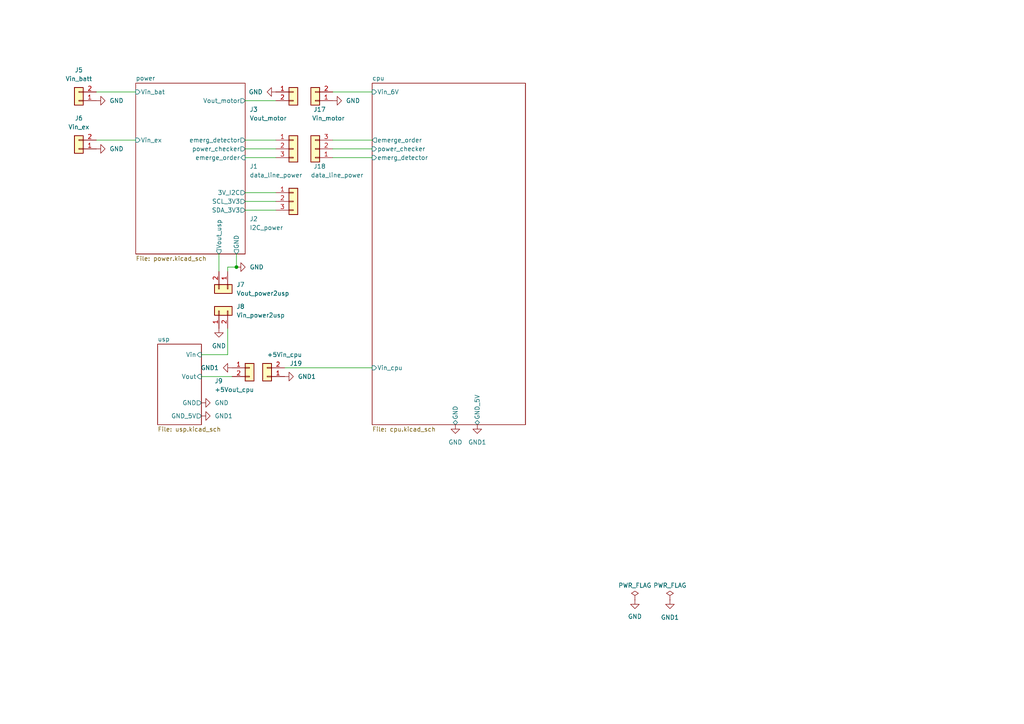
<source format=kicad_sch>
(kicad_sch (version 20230121) (generator eeschema)
  (paper "A4")
  (lib_symbols
    (symbol "Connector_Generic:Conn_01x02" (pin_names (offset 1.016) hide)
      (property "Reference" "J" (at 0 2.54 0))
      (property "Value" "Conn_01x02" (at 0 -5.08 0))
      (symbol "Conn_01x02_1_1"
        (rectangle (start -1.27 -2.413) (end 0 -2.667) (stroke (width 0.1524)))
        (rectangle (start -1.27 0.127) (end 0 -0.127) (stroke (width 0.1524)))
        (rectangle (start -1.27 1.27) (end 1.27 -3.81) (stroke (width 0.254)) (fill (type background)))
        (pin passive line (at -5.08 0 0) (length 3.81) (name "Pin_1") (number "1"))
        (pin passive line (at -5.08 -2.54 0) (length 3.81) (name "Pin_2") (number "2"))
      )
    )
    (symbol "Connector_Generic:Conn_01x03" (pin_names (offset 1.016) hide)
      (property "Reference" "J" (at 0 5.08 0))
      (property "Value" "Conn_01x03" (at 0 -5.08 0))
      (symbol "Conn_01x03_1_1"
        (rectangle (start -1.27 -2.413) (end 0 -2.667) (stroke (width 0.1524)))
        (rectangle (start -1.27 0.127) (end 0 -0.127) (stroke (width 0.1524)))
        (rectangle (start -1.27 2.667) (end 0 2.413) (stroke (width 0.1524)))
        (rectangle (start -1.27 3.81) (end 1.27 -3.81) (stroke (width 0.254)) (fill (type background)))
        (pin passive line (at -5.08 2.54 0) (length 3.81) (name "Pin_1") (number "1"))
        (pin passive line (at -5.08 0 0) (length 3.81) (name "Pin_2") (number "2"))
        (pin passive line (at -5.08 -2.54 0) (length 3.81) (name "Pin_3") (number "3"))
      )
    )
    (symbol "power:GND" (power) (pin_names (offset 0))
      (property "Value" "GND" (at 0 -3.81 0))
      (symbol "GND_0_1"
        (polyline (pts (xy 0 0) (xy 0 -1.27) (xy 1.27 -1.27) (xy 0 -2.54) (xy -1.27 -1.27) (xy 0 -1.27)))
      )
      (symbol "GND_1_1"
        (pin power_in line (at 0 0 270) (length 0) hide (name "GND") (number "1"))
      )
    )
    (symbol "power:GND1" (power) (pin_names (offset 0))
      (property "Value" "GND1" (at 0 -3.81 0))
      (symbol "GND1_0_1"
        (polyline (pts (xy 0 0) (xy 0 -1.27) (xy 1.27 -1.27) (xy 0 -2.54) (xy -1.27 -1.27) (xy 0 -1.27)))
      )
      (symbol "GND1_1_1"
        (pin power_in line (at 0 0 270) (length 0) hide (name "GND1") (number "1"))
      )
    )
    (symbol "power:PWR_FLAG" (power) (pin_numbers hide) (pin_names (offset 0) hide)
      (property "Value" "PWR_FLAG" (at 0 3.81 0))
      (symbol "PWR_FLAG_0_0"
        (pin power_out line (at 0 0 90) (length 0) (name "pwr") (number "1"))
      )
      (symbol "PWR_FLAG_0_1"
        (polyline (pts (xy 0 0) (xy 0 1.27) (xy -1.016 1.905) (xy 0 2.54) (xy 1.016 1.905) (xy 0 1.27)))
      )
    )
  )
  (junction (at 68.58 77.47))
  (wire (pts (xy 71.12 55.88) (xy 80.01 55.88)))
  (wire (pts (xy 71.12 40.64) (xy 80.01 40.64)))
  (wire (pts (xy 68.58 73.66) (xy 68.58 77.47)))
  (wire (pts (xy 96.52 45.72) (xy 107.95 45.72)))
  (wire (pts (xy 71.12 58.42) (xy 80.01 58.42)))
  (wire (pts (xy 58.42 109.22) (xy 67.31 109.22)))
  (wire (pts (xy 66.04 77.47) (xy 68.58 77.47)))
  (wire (pts (xy 66.04 78.74) (xy 66.04 77.47)))
  (wire (pts (xy 63.5 73.66) (xy 63.5 78.74)))
  (wire (pts (xy 96.52 40.64) (xy 107.95 40.64)))
  (wire (pts (xy 71.12 45.72) (xy 80.01 45.72)))
  (wire (pts (xy 66.04 102.87) (xy 66.04 95.25)))
  (wire (pts (xy 58.42 102.87) (xy 66.04 102.87)))
  (wire (pts (xy 71.12 60.96) (xy 80.01 60.96)))
  (wire (pts (xy 27.94 26.67) (xy 39.37 26.67)))
  (wire (pts (xy 82.55 106.68) (xy 107.95 106.68)))
  (wire (pts (xy 27.94 40.64) (xy 39.37 40.64)))
  (wire (pts (xy 71.12 43.18) (xy 80.01 43.18)))
  (wire (pts (xy 96.52 43.18) (xy 107.95 43.18)))
  (wire (pts (xy 71.12 29.21) (xy 80.01 29.21)))
  (wire (pts (xy 96.52 26.67) (xy 107.95 26.67)))
  (symbol (lib_id "power:GND") (at 58.42 116.84 90) (unit 1)
    (property "Reference" "#PWR070" (effects hide))
    (property "Value" "GND" (at 62.23 116.84 90) (effects (justify right)))
  )
  (symbol (lib_id "power:GND1") (at 82.55 109.22 90) (unit 1)
    (property "Reference" "#PWR05" (effects hide))
    (property "Value" "GND1" (at 86.36 109.22 90) (effects (justify right)))
  )
  (symbol (lib_id "power:GND") (at 27.94 29.21 90) (unit 1)
    (property "Reference" "#PWR053" (effects hide))
    (property "Value" "GND" (at 31.75 29.21 90) (effects (justify right)))
  )
  (symbol (lib_id "Connector_Generic:Conn_01x02") (at 72.39 106.68 0) (unit 1)
    (property "Reference" "J9" (at 62.23 110.49 0) (effects (justify left)))
    (property "Value" "+5Vout_cpu" (at 62.23 113.03 0) (effects (justify left)))
    (property "Footprint" "Conn:power_pad" (effects hide))
  )
  (symbol (lib_id "power:GND1") (at 138.43 123.19 0) (unit 1)
    (property "Reference" "#PWR026" (effects hide))
    (property "Value" "GND1" (at 138.43 128.27 0))
  )
  (symbol (lib_id "Connector_Generic:Conn_01x03") (at 85.09 58.42 0) (unit 1)
    (property "Reference" "J2" (at 72.39 63.5 0) (effects (justify left)))
    (property "Value" "I2C_power" (at 72.39 66.04 0) (effects (justify left)))
    (property "Footprint" "Connector_JST:JST_XH_B3B-XH-A_1x03_P2.50mm_Vertical" (effects hide))
  )
  (symbol (lib_id "Connector_Generic:Conn_01x02") (at 63.5 90.17 90) (unit 1)
    (property "Reference" "J8" (at 68.58 88.9 90) (effects (justify right)))
    (property "Value" "Vin_power2usp" (at 68.58 91.44 90) (effects (justify right)))
    (property "Footprint" "Conn:power_pad" (effects hide))
  )
  (symbol (lib_id "power:GND") (at 68.58 77.47 90) (unit 1)
    (property "Reference" "#PWR049" (effects hide))
    (property "Value" "GND" (at 72.39 77.47 90) (effects (justify right)))
  )
  (symbol (lib_id "power:GND") (at 80.01 26.67 270) (unit 1)
    (property "Reference" "#PWR052" (effects hide))
    (property "Value" "GND" (at 76.2 26.67 90) (effects (justify right)))
  )
  (symbol (lib_id "power:GND") (at 132.08 123.19 0) (unit 1)
    (property "Reference" "#PWR0104" (effects hide))
    (property "Value" "GND" (at 132.08 128.27 0))
  )
  (symbol (lib_id "power:PWR_FLAG") (at 184.15 173.99 0) (unit 1)
    (property "Reference" "#FLG01" (effects hide))
    (property "Value" "PWR_FLAG" (at 184.15 169.799 0))
  )
  (symbol (lib_id "power:GND1") (at 67.31 106.68 270) (unit 1)
    (property "Reference" "#PWR030" (effects hide))
    (property "Value" "GND1" (at 63.5 106.68 90) (effects (justify right)))
  )
  (symbol (lib_id "power:GND1") (at 194.31 173.99 0) (unit 1)
    (property "Reference" "#PWR031" (effects hide))
    (property "Value" "GND1" (at 194.31 179.07 0))
  )
  (symbol (lib_id "Connector_Generic:Conn_01x02") (at 91.44 29.21 180) (unit 1)
    (property "Reference" "J17" (at 92.71 31.75 0))
    (property "Value" "Vin_motor" (at 95.25 34.29 0))
    (property "Footprint" "Conn:power_pad" (effects hide))
  )
  (symbol (lib_id "Connector_Generic:Conn_01x03") (at 85.09 43.18 0) (unit 1)
    (property "Reference" "J1" (at 72.39 48.26 0) (effects (justify left)))
    (property "Value" "data_line_power" (at 72.39 50.8 0) (effects (justify left)))
    (property "Footprint" "Connector_JST:JST_XH_B3B-XH-A_1x03_P2.50mm_Vertical" (effects hide))
  )
  (symbol (lib_id "power:PWR_FLAG") (at 194.31 173.99 0) (unit 1)
    (property "Reference" "#FLG016" (effects hide))
    (property "Value" "PWR_FLAG" (at 194.31 169.799 0))
  )
  (symbol (lib_id "power:GND") (at 63.5 95.25 0) (unit 1)
    (property "Reference" "#PWR068" (effects hide))
    (property "Value" "GND" (at 63.5 100.33 0))
  )
  (symbol (lib_id "power:GND") (at 27.94 43.18 90) (unit 1)
    (property "Reference" "#PWR054" (effects hide))
    (property "Value" "GND" (at 31.75 43.18 90) (effects (justify right)))
  )
  (symbol (lib_id "power:GND1") (at 58.42 120.65 90) (unit 1)
    (property "Reference" "#PWR029" (effects hide))
    (property "Value" "GND1" (at 62.23 120.65 90) (effects (justify right)))
  )
  (symbol (lib_id "Connector_Generic:Conn_01x02") (at 77.47 109.22 180) (unit 1)
    (property "Reference" "J19" (at 87.63 105.41 0) (effects (justify left)))
    (property "Value" "+5Vin_cpu" (at 87.63 102.87 0) (effects (justify left)))
    (property "Footprint" "Conn:power_pad" (effects hide))
  )
  (symbol (lib_id "Connector_Generic:Conn_01x02") (at 66.04 83.82 270) (unit 1)
    (property "Reference" "J7" (at 68.58 82.55 90) (effects (justify left)))
    (property "Value" "Vout_power2usp" (at 68.58 85.09 90) (effects (justify left)))
    (property "Footprint" "Conn:power_pad" (effects hide))
  )
  (symbol (lib_id "Connector_Generic:Conn_01x02") (at 22.86 43.18 180) (unit 1)
    (property "Reference" "J6" (at 22.86 34.29 0))
    (property "Value" "Vin_ex" (at 22.86 36.83 0))
    (property "Footprint" "Conn:power_pad" (effects hide))
  )
  (symbol (lib_id "Connector_Generic:Conn_01x02") (at 22.86 29.21 180) (unit 1)
    (property "Reference" "J5" (at 22.86 20.32 0))
    (property "Value" "Vin_batt" (at 22.86 22.86 0))
    (property "Footprint" "Conn:power_pad" (effects hide))
  )
  (symbol (lib_id "Connector_Generic:Conn_01x03") (at 91.44 43.18 180) (unit 1)
    (property "Reference" "J18" (at 92.71 48.26 0))
    (property "Value" "data_line_power" (at 97.79 50.8 0))
    (property "Footprint" "Connector_JST:JST_XH_B3B-XH-A_1x03_P2.50mm_Vertical" (effects hide))
  )
  (symbol (lib_id "Connector_Generic:Conn_01x02") (at 85.09 26.67 0) (unit 1)
    (property "Reference" "J3" (at 72.39 31.75 0) (effects (justify left)))
    (property "Value" "Vout_motor" (at 72.39 34.29 0) (effects (justify left)))
    (property "Footprint" "Conn:power_pad" (effects hide))
  )
  (symbol (lib_id "power:GND") (at 184.15 173.99 0) (unit 1)
    (property "Reference" "#PWR01" (effects hide))
    (property "Value" "GND" (at 184.15 178.816 0))
  )
  (symbol (lib_id "power:GND") (at 96.52 29.21 90) (unit 1)
    (property "Reference" "#PWR0103" (effects hide))
    (property "Value" "GND" (at 100.33 29.21 90) (effects (justify right)))
  )
  (sheet (at 39.37 24.13) (size 31.75 49.53) (stroke (width 0.1524)) (fill (color 255 255 255 0.0000))
    (property "Sheetname" "power" (at 39.37 23.4184 0) (effects (justify left bottom)))
    (property "Sheetfile" "power.kicad_sch" (at 39.37 74.2446 0) (effects (justify left top)))
    (pin "Vout_usp" output (at 63.5 73.66 270))
    (pin "Vout_motor" output (at 71.12 29.21 0))
    (pin "Vin_bat" input (at 39.37 26.67 180))
    (pin "Vin_ex" input (at 39.37 40.64 180))
    (pin "emerg_detector" output (at 71.12 40.64 0))
    (pin "emerge_order" input (at 71.12 45.72 0))
    (pin "power_checker" output (at 71.12 43.18 0))
    (pin "SCL_3V3" output (at 71.12 58.42 0))
    (pin "SDA_3V3" output (at 71.12 60.96 0))
    (pin "GND" output (at 68.58 73.66 270))
    (pin "3V_I2C" output (at 71.12 55.88 0))
  )
  (sheet (at 45.72 99.822) (size 12.7 23.368) (stroke (width 0.1524)) (fill (color 255 255 255 0.0000))
    (property "Sheetname" "usp" (at 45.72 99.1104 0) (effects (justify left bottom)))
    (property "Sheetfile" "usp.kicad_sch" (at 45.72 123.7746 0) (effects (justify left top)))
    (pin "GND" output (at 58.42 116.84 0))
    (pin "Vin" input (at 58.42 102.87 0))
    (pin "Vout" input (at 58.42 109.22 0))
    (pin "GND_5V" output (at 58.42 120.65 0))
  )
  (sheet (at 107.95 24.13) (size 44.45 99.06) (stroke (width 0.1524)) (fill (color 255 255 255 0.0000))
    (property "Sheetname" "cpu" (at 107.95 23.4184 0) (effects (justify left bottom)))
    (property "Sheetfile" "cpu.kicad_sch" (at 107.95 123.7746 0) (effects (justify left top)))
    (pin "Vin_6V" input (at 107.95 26.67 180))
    (pin "Vin_cpu" input (at 107.95 106.68 180))
    (pin "GND" bidirectional (at 132.08 123.19 270))
    (pin "emerg_detector" input (at 107.95 45.72 180))
    (pin "emerge_order" output (at 107.95 40.64 180))
    (pin "power_checker" input (at 107.95 43.18 180))
    (pin "GND_5V" bidirectional (at 138.43 123.19 270))
  )
)
</source>
